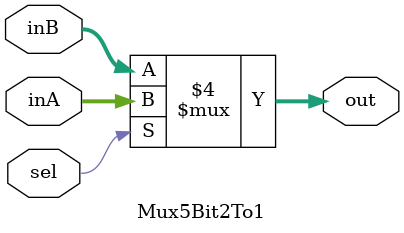
<source format=v>
`timescale 1ns / 1ps


module Mux5Bit2To1(out, inA, inB, sel);

    output reg [4:0] out;
    
    input [4:0] inA;
    input [4:0] inB;
    input sel;

    /* Fill in the implementation here ... */ 
    always @(sel, inA, inB) begin
    if (sel == 1) begin
    out <= inA; end
    else begin
    out <= inB; end
    end

endmodule
</source>
